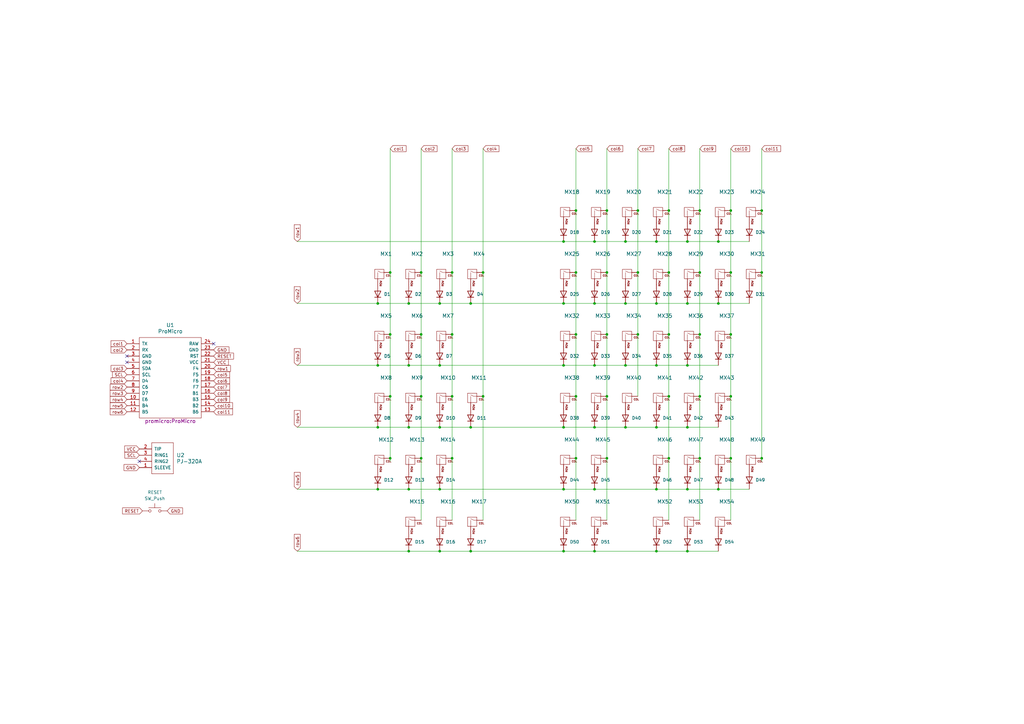
<source format=kicad_sch>
(kicad_sch (version 20230121) (generator eeschema)
  (paper "A3")
  (junction (at 154.94 175.26))
  (junction (at 261.62 137.16))
  (junction (at 294.64 124.46))
  (junction (at 269.24 226.06))
  (junction (at 243.84 200.66))
  (junction (at 299.72 162.56))
  (junction (at 236.22 187.96))
  (junction (at 281.94 175.26))
  (junction (at 231.14 226.06))
  (junction (at 193.04 226.06))
  (junction (at 269.24 149.86))
  (junction (at 281.94 200.66))
  (junction (at 248.92 137.16))
  (junction (at 274.32 111.76))
  (junction (at 236.22 162.56))
  (junction (at 243.84 99.06))
  (junction (at 281.94 149.86))
  (junction (at 231.14 149.86))
  (junction (at 261.62 86.36))
  (junction (at 248.92 187.96))
  (junction (at 198.12 111.76))
  (junction (at 274.32 137.16))
  (junction (at 287.02 162.56))
  (junction (at 236.22 111.76))
  (junction (at 299.72 111.76))
  (junction (at 236.22 86.36))
  (junction (at 167.64 226.06))
  (junction (at 269.24 175.26))
  (junction (at 243.84 226.06))
  (junction (at 185.42 111.76))
  (junction (at 172.72 187.96))
  (junction (at 287.02 86.36))
  (junction (at 243.84 124.46))
  (junction (at 180.34 149.86))
  (junction (at 185.42 137.16))
  (junction (at 172.72 137.16))
  (junction (at 299.72 137.16))
  (junction (at 287.02 111.76))
  (junction (at 287.02 137.16))
  (junction (at 231.14 200.66))
  (junction (at 160.02 111.76))
  (junction (at 154.94 149.86))
  (junction (at 231.14 99.06))
  (junction (at 269.24 200.66))
  (junction (at 172.72 111.76))
  (junction (at 274.32 162.56))
  (junction (at 167.64 149.86))
  (junction (at 261.62 111.76))
  (junction (at 287.02 187.96))
  (junction (at 236.22 137.16))
  (junction (at 256.54 99.06))
  (junction (at 180.34 175.26))
  (junction (at 198.12 162.56))
  (junction (at 167.64 200.66))
  (junction (at 256.54 124.46))
  (junction (at 243.84 149.86))
  (junction (at 160.02 187.96))
  (junction (at 312.42 86.36))
  (junction (at 180.34 124.46))
  (junction (at 193.04 124.46))
  (junction (at 281.94 124.46))
  (junction (at 248.92 111.76))
  (junction (at 154.94 124.46))
  (junction (at 294.64 99.06))
  (junction (at 294.64 200.66))
  (junction (at 180.34 226.06))
  (junction (at 299.72 86.36))
  (junction (at 256.54 149.86))
  (junction (at 231.14 175.26))
  (junction (at 312.42 187.96))
  (junction (at 160.02 137.16))
  (junction (at 160.02 162.56))
  (junction (at 248.92 86.36))
  (junction (at 154.94 200.66))
  (junction (at 185.42 187.96))
  (junction (at 274.32 86.36))
  (junction (at 180.34 200.66))
  (junction (at 281.94 99.06))
  (junction (at 256.54 175.26))
  (junction (at 248.92 162.56))
  (junction (at 167.64 175.26))
  (junction (at 269.24 99.06))
  (junction (at 299.72 187.96))
  (junction (at 172.72 162.56))
  (junction (at 185.42 162.56))
  (junction (at 231.14 124.46))
  (junction (at 312.42 111.76))
  (junction (at 269.24 124.46))
  (junction (at 167.64 124.46))
  (junction (at 274.32 187.96))
  (junction (at 243.84 175.26))
  (junction (at 193.04 175.26))
  (junction (at 281.94 226.06))
  (no_connect (at 87.63 140.97))
  (no_connect (at 52.07 148.59))
  (no_connect (at 52.07 146.05))
  (no_connect (at 57.15 189.23))
  (wire (pts (xy 287.02 162.56) (xy 287.02 187.96)))
  (wire (pts (xy 236.22 111.76) (xy 236.22 137.16)))
  (wire (pts (xy 256.54 175.26) (xy 269.24 175.26)))
  (wire (pts (xy 154.94 149.86) (xy 167.64 149.86)))
  (wire (pts (xy 160.02 137.16) (xy 160.02 162.56)))
  (wire (pts (xy 231.14 175.26) (xy 243.84 175.26)))
  (wire (pts (xy 243.84 124.46) (xy 256.54 124.46)))
  (wire (pts (xy 256.54 124.46) (xy 269.24 124.46)))
  (wire (pts (xy 274.32 137.16) (xy 274.32 162.56)))
  (wire (pts (xy 160.02 162.56) (xy 160.02 187.96)))
  (wire (pts (xy 231.14 149.86) (xy 243.84 149.86)))
  (wire (pts (xy 274.32 111.76) (xy 274.32 137.16)))
  (wire (pts (xy 281.94 175.26) (xy 294.64 175.26)))
  (wire (pts (xy 193.04 175.26) (xy 231.14 175.26)))
  (wire (pts (xy 121.92 99.06) (xy 231.14 99.06)))
  (wire (pts (xy 236.22 86.36) (xy 236.22 111.76)))
  (wire (pts (xy 172.72 60.96) (xy 172.72 111.76)))
  (wire (pts (xy 185.42 162.56) (xy 185.42 187.96)))
  (wire (pts (xy 167.64 124.46) (xy 180.34 124.46)))
  (wire (pts (xy 172.72 162.56) (xy 172.72 187.96)))
  (wire (pts (xy 287.02 86.36) (xy 287.02 111.76)))
  (wire (pts (xy 269.24 124.46) (xy 281.94 124.46)))
  (wire (pts (xy 299.72 137.16) (xy 299.72 162.56)))
  (wire (pts (xy 121.92 149.86) (xy 154.94 149.86)))
  (wire (pts (xy 160.02 111.76) (xy 160.02 137.16)))
  (wire (pts (xy 180.34 124.46) (xy 193.04 124.46)))
  (wire (pts (xy 154.94 200.66) (xy 167.64 200.66)))
  (wire (pts (xy 274.32 187.96) (xy 274.32 213.36)))
  (wire (pts (xy 312.42 60.96) (xy 312.42 86.36)))
  (wire (pts (xy 154.94 175.26) (xy 167.64 175.26)))
  (wire (pts (xy 261.62 86.36) (xy 261.62 111.76)))
  (wire (pts (xy 248.92 111.76) (xy 248.92 137.16)))
  (wire (pts (xy 185.42 111.76) (xy 185.42 137.16)))
  (wire (pts (xy 231.14 99.06) (xy 243.84 99.06)))
  (wire (pts (xy 121.92 200.66) (xy 154.94 200.66)))
  (wire (pts (xy 167.64 226.06) (xy 180.34 226.06)))
  (wire (pts (xy 160.02 187.96) (xy 160.02 189.23)))
  (wire (pts (xy 167.64 200.66) (xy 180.34 200.66)))
  (wire (pts (xy 172.72 111.76) (xy 172.72 137.16)))
  (wire (pts (xy 248.92 86.36) (xy 248.92 111.76)))
  (wire (pts (xy 243.84 226.06) (xy 269.24 226.06)))
  (wire (pts (xy 269.24 200.66) (xy 281.94 200.66)))
  (wire (pts (xy 261.62 111.76) (xy 261.62 137.16)))
  (wire (pts (xy 281.94 99.06) (xy 294.64 99.06)))
  (wire (pts (xy 299.72 60.96) (xy 299.72 86.36)))
  (wire (pts (xy 281.94 200.66) (xy 294.64 200.66)))
  (wire (pts (xy 269.24 175.26) (xy 281.94 175.26)))
  (wire (pts (xy 312.42 187.96) (xy 312.42 189.23)))
  (wire (pts (xy 231.14 200.66) (xy 243.84 200.66)))
  (wire (pts (xy 312.42 111.76) (xy 312.42 187.96)))
  (wire (pts (xy 261.62 137.16) (xy 261.62 162.56)))
  (wire (pts (xy 243.84 200.66) (xy 269.24 200.66)))
  (wire (pts (xy 193.04 226.06) (xy 231.14 226.06)))
  (wire (pts (xy 248.92 60.96) (xy 248.92 86.36)))
  (wire (pts (xy 281.94 124.46) (xy 294.64 124.46)))
  (wire (pts (xy 180.34 226.06) (xy 193.04 226.06)))
  (wire (pts (xy 248.92 137.16) (xy 248.92 162.56)))
  (wire (pts (xy 154.94 124.46) (xy 167.64 124.46)))
  (wire (pts (xy 243.84 99.06) (xy 256.54 99.06)))
  (wire (pts (xy 167.64 175.26) (xy 180.34 175.26)))
  (wire (pts (xy 193.04 124.46) (xy 231.14 124.46)))
  (wire (pts (xy 287.02 111.76) (xy 287.02 137.16)))
  (wire (pts (xy 180.34 149.86) (xy 231.14 149.86)))
  (wire (pts (xy 243.84 149.86) (xy 256.54 149.86)))
  (wire (pts (xy 299.72 111.76) (xy 299.72 137.16)))
  (wire (pts (xy 281.94 149.86) (xy 294.64 149.86)))
  (wire (pts (xy 198.12 60.96) (xy 198.12 111.76)))
  (wire (pts (xy 236.22 162.56) (xy 236.22 187.96)))
  (wire (pts (xy 269.24 99.06) (xy 281.94 99.06)))
  (wire (pts (xy 198.12 111.76) (xy 198.12 162.56)))
  (wire (pts (xy 248.92 162.56) (xy 248.92 187.96)))
  (wire (pts (xy 287.02 60.96) (xy 287.02 86.36)))
  (wire (pts (xy 294.64 200.66) (xy 307.34 200.66)))
  (wire (pts (xy 299.72 187.96) (xy 299.72 213.36)))
  (wire (pts (xy 294.64 99.06) (xy 307.34 99.06)))
  (wire (pts (xy 294.64 124.46) (xy 307.34 124.46)))
  (wire (pts (xy 281.94 226.06) (xy 294.64 226.06)))
  (wire (pts (xy 121.92 175.26) (xy 154.94 175.26)))
  (wire (pts (xy 243.84 175.26) (xy 256.54 175.26)))
  (wire (pts (xy 121.92 124.46) (xy 154.94 124.46)))
  (wire (pts (xy 299.72 162.56) (xy 299.72 187.96)))
  (wire (pts (xy 185.42 137.16) (xy 185.42 162.56)))
  (wire (pts (xy 231.14 124.46) (xy 243.84 124.46)))
  (wire (pts (xy 269.24 149.86) (xy 281.94 149.86)))
  (wire (pts (xy 167.64 149.86) (xy 180.34 149.86)))
  (wire (pts (xy 185.42 187.96) (xy 185.42 213.36)))
  (wire (pts (xy 231.14 226.06) (xy 243.84 226.06)))
  (wire (pts (xy 274.32 162.56) (xy 274.32 187.96)))
  (wire (pts (xy 180.34 200.66) (xy 231.14 200.66)))
  (wire (pts (xy 121.92 226.06) (xy 167.64 226.06)))
  (wire (pts (xy 248.92 187.96) (xy 248.92 213.36)))
  (wire (pts (xy 299.72 86.36) (xy 299.72 111.76)))
  (wire (pts (xy 287.02 187.96) (xy 287.02 213.36)))
  (wire (pts (xy 236.22 187.96) (xy 236.22 213.36)))
  (wire (pts (xy 261.62 60.96) (xy 261.62 86.36)))
  (wire (pts (xy 185.42 60.96) (xy 185.42 111.76)))
  (wire (pts (xy 256.54 99.06) (xy 269.24 99.06)))
  (wire (pts (xy 287.02 137.16) (xy 287.02 162.56)))
  (wire (pts (xy 256.54 149.86) (xy 269.24 149.86)))
  (wire (pts (xy 198.12 162.56) (xy 198.12 213.36)))
  (wire (pts (xy 172.72 137.16) (xy 172.72 162.56)))
  (wire (pts (xy 172.72 187.96) (xy 172.72 213.36)))
  (wire (pts (xy 236.22 137.16) (xy 236.22 162.56)))
  (wire (pts (xy 274.32 86.36) (xy 274.32 111.76)))
  (wire (pts (xy 160.02 60.96) (xy 160.02 111.76)))
  (wire (pts (xy 312.42 86.36) (xy 312.42 111.76)))
  (wire (pts (xy 180.34 175.26) (xy 193.04 175.26)))
  (wire (pts (xy 236.22 60.96) (xy 236.22 86.36)))
  (wire (pts (xy 269.24 226.06) (xy 281.94 226.06)))
  (wire (pts (xy 274.32 60.96) (xy 274.32 86.36)))
  (global_label "row4" (shape input) (at 121.92 175.26 90) (property "Intersheetrefs" "${INTERSHEET_REFS}" (effects hide)))
  (global_label "col3" (shape input) (at 185.42 60.96 0) (property "Intersheetrefs" "${INTERSHEET_REFS}" (effects hide)))
  (global_label "col7" (shape input) (at 87.63 158.75 0) (property "Intersheetrefs" "${INTERSHEET_REFS}" (effects hide)))
  (global_label "GND" (shape input) (at 68.58 209.55 0) (property "Intersheetrefs" "${INTERSHEET_REFS}" (effects hide)))
  (global_label "SCL" (shape input) (at 52.07 153.67 180) (property "Intersheetrefs" "${INTERSHEET_REFS}" (effects hide)))
  (global_label "row3" (shape input) (at 52.07 161.29 180) (property "Intersheetrefs" "${INTERSHEET_REFS}" (effects hide)))
  (global_label "col5" (shape input) (at 87.63 153.67 0) (property "Intersheetrefs" "${INTERSHEET_REFS}" (effects hide)))
  (global_label "col9" (shape input) (at 287.02 60.96 0) (property "Intersheetrefs" "${INTERSHEET_REFS}" (effects hide)))
  (global_label "row3" (shape input) (at 121.92 149.86 90) (property "Intersheetrefs" "${INTERSHEET_REFS}" (effects hide)))
  (global_label "row1" (shape input) (at 87.63 151.13 0) (property "Intersheetrefs" "${INTERSHEET_REFS}" (effects hide)))
  (global_label "col7" (shape input) (at 261.62 60.96 0) (property "Intersheetrefs" "${INTERSHEET_REFS}" (effects hide)))
  (global_label "col8" (shape input) (at 274.32 60.96 0) (property "Intersheetrefs" "${INTERSHEET_REFS}" (effects hide)))
  (global_label "col10" (shape input) (at 299.72 60.96 0) (property "Intersheetrefs" "${INTERSHEET_REFS}" (effects hide)))
  (global_label "GND" (shape input) (at 87.63 143.51 0) (property "Intersheetrefs" "${INTERSHEET_REFS}" (effects hide)))
  (global_label "col8" (shape input) (at 87.63 161.29 0) (property "Intersheetrefs" "${INTERSHEET_REFS}" (effects hide)))
  (global_label "row2" (shape input) (at 121.92 124.46 90) (property "Intersheetrefs" "${INTERSHEET_REFS}" (effects hide)))
  (global_label "VCC" (shape input) (at 57.15 184.15 180) (property "Intersheetrefs" "${INTERSHEET_REFS}" (effects hide)))
  (global_label "row5" (shape input) (at 52.07 166.37 180) (property "Intersheetrefs" "${INTERSHEET_REFS}" (effects hide)))
  (global_label "row1" (shape input) (at 121.92 99.06 90) (property "Intersheetrefs" "${INTERSHEET_REFS}" (effects hide)))
  (global_label "col6" (shape input) (at 87.63 156.21 0) (property "Intersheetrefs" "${INTERSHEET_REFS}" (effects hide)))
  (global_label "col5" (shape input) (at 236.22 60.96 0) (property "Intersheetrefs" "${INTERSHEET_REFS}" (effects hide)))
  (global_label "col3" (shape input) (at 52.07 151.13 180) (property "Intersheetrefs" "${INTERSHEET_REFS}" (effects hide)))
  (global_label "GND" (shape input) (at 57.15 191.77 180) (property "Intersheetrefs" "${INTERSHEET_REFS}" (effects hide)))
  (global_label "col2" (shape input) (at 172.72 60.96 0) (property "Intersheetrefs" "${INTERSHEET_REFS}" (effects hide)))
  (global_label "RESET" (shape input) (at 87.63 146.05 0) (property "Intersheetrefs" "${INTERSHEET_REFS}" (effects hide)))
  (global_label "row2" (shape input) (at 52.07 158.75 180) (property "Intersheetrefs" "${INTERSHEET_REFS}" (effects hide)))
  (global_label "row6" (shape input) (at 52.07 168.91 180) (property "Intersheetrefs" "${INTERSHEET_REFS}" (effects hide)))
  (global_label "col6" (shape input) (at 248.92 60.96 0) (property "Intersheetrefs" "${INTERSHEET_REFS}" (effects hide)))
  (global_label "VCC" (shape input) (at 87.63 148.59 0) (property "Intersheetrefs" "${INTERSHEET_REFS}" (effects hide)))
  (global_label "col4" (shape input) (at 198.12 60.96 0) (property "Intersheetrefs" "${INTERSHEET_REFS}" (effects hide)))
  (global_label "col1" (shape input) (at 160.02 60.96 0) (property "Intersheetrefs" "${INTERSHEET_REFS}" (effects hide)))
  (global_label "RESET" (shape input) (at 58.42 209.55 180) (property "Intersheetrefs" "${INTERSHEET_REFS}" (effects hide)))
  (global_label "col4" (shape input) (at 52.07 156.21 180) (property "Intersheetrefs" "${INTERSHEET_REFS}" (effects hide)))
  (global_label "row5" (shape input) (at 121.92 200.66 90) (property "Intersheetrefs" "${INTERSHEET_REFS}" (effects hide)))
  (global_label "row4" (shape input) (at 52.07 163.83 180) (property "Intersheetrefs" "${INTERSHEET_REFS}" (effects hide)))
  (global_label "col2" (shape input) (at 52.07 143.51 180) (property "Intersheetrefs" "${INTERSHEET_REFS}" (effects hide)))
  (global_label "col9" (shape input) (at 87.63 163.83 0) (property "Intersheetrefs" "${INTERSHEET_REFS}" (effects hide)))
  (global_label "row6" (shape input) (at 121.92 226.06 90) (property "Intersheetrefs" "${INTERSHEET_REFS}" (effects hide)))
  (global_label "SCL" (shape input) (at 57.15 186.69 180) (property "Intersheetrefs" "${INTERSHEET_REFS}" (effects hide)))
  (global_label "col11" (shape input) (at 87.63 168.91 0) (property "Intersheetrefs" "${INTERSHEET_REFS}" (effects hide)))
  (global_label "col11" (shape input) (at 312.42 60.96 0) (property "Intersheetrefs" "${INTERSHEET_REFS}" (effects hide)))
  (global_label "col10" (shape input) (at 87.63 166.37 0) (property "Intersheetrefs" "${INTERSHEET_REFS}" (effects hide)))
  (global_label "col1" (shape input) (at 52.07 140.97 180) (property "Intersheetrefs" "${INTERSHEET_REFS}" (effects hide)))
  (symbol (lib_id "Diode:1N4148") (at 243.84 222.25 90) (unit 1)
    (property "Reference" "D51" (at 246.38 222.25 90) (effects (justify right)))
    (property "Value" "1N4148" (effects hide))
    (property "Footprint" "Diode_THT:D_DO-35_SOD27_P7.62mm_Horizontal" (effects hide))
    (property "Datasheet" "https://assets.nexperia.com/documents/data-sheet/1N4148_1N4448.pdf" (effects hide))
    (property "Sim.Device" "D" (effects hide))
    (property "Sim.Pins" "1=K 2=A" (effects hide))
  )
  (symbol (lib_id "MX_Alps_Hybrid:MX-NoLED") (at 156.21 138.43 0) (unit 1)
    (property "Reference" "MX5" (at 158.3632 129.54 0) (effects (font (size 1.524 1.524))))
    (property "Value" "MX-NoLED" (effects hide))
    (property "Footprint" "MX_Only:MXOnly-1U-Hotswap" (effects hide))
  )
  (symbol (lib_id "Diode:1N4148") (at 294.64 146.05 90) (unit 1)
    (property "Reference" "D37" (at 297.18 146.05 90) (effects (justify right)))
    (property "Value" "1N4148" (effects hide))
    (property "Footprint" "Diode_THT:D_DO-35_SOD27_P7.62mm_Horizontal" (effects hide))
    (property "Datasheet" "https://assets.nexperia.com/documents/data-sheet/1N4148_1N4448.pdf" (effects hide))
    (property "Sim.Device" "D" (effects hide))
    (property "Sim.Pins" "1=K 2=A" (effects hide))
  )
  (symbol (lib_id "MX_Alps_Hybrid:MX-NoLED") (at 181.61 113.03 0) (unit 1)
    (property "Reference" "MX3" (at 183.7632 104.14 0) (effects (font (size 1.524 1.524))))
    (property "Value" "MX-NoLED" (effects hide))
    (property "Footprint" "MX_Only:MXOnly-1U-Hotswap" (effects hide))
  )
  (symbol (lib_id "Diode:1N4148") (at 294.64 120.65 90) (unit 1)
    (property "Reference" "D30" (at 297.18 120.65 90) (effects (justify right)))
    (property "Value" "1N4148" (effects hide))
    (property "Footprint" "Diode_THT:D_DO-35_SOD27_P7.62mm_Horizontal" (effects hide))
    (property "Datasheet" "https://assets.nexperia.com/documents/data-sheet/1N4148_1N4448.pdf" (effects hide))
    (property "Sim.Device" "D" (effects hide))
    (property "Sim.Pins" "1=K 2=A" (effects hide))
  )
  (symbol (lib_id "Diode:1N4148") (at 180.34 171.45 90) (unit 1)
    (property "Reference" "D10" (at 182.88 171.45 90) (effects (justify right)))
    (property "Value" "1N4148" (effects hide))
    (property "Footprint" "Diode_THT:D_DO-35_SOD27_P7.62mm_Horizontal" (effects hide))
    (property "Datasheet" "https://assets.nexperia.com/documents/data-sheet/1N4148_1N4448.pdf" (effects hide))
    (property "Sim.Device" "D" (effects hide))
    (property "Sim.Pins" "1=K 2=A" (effects hide))
  )
  (symbol (lib_id "Diode:1N4148") (at 269.24 196.85 90) (unit 1)
    (property "Reference" "D46" (at 271.78 196.85 90) (effects (justify right)))
    (property "Value" "1N4148" (effects hide))
    (property "Footprint" "Diode_THT:D_DO-35_SOD27_P7.62mm_Horizontal" (effects hide))
    (property "Datasheet" "https://assets.nexperia.com/documents/data-sheet/1N4148_1N4448.pdf" (effects hide))
    (property "Sim.Device" "D" (effects hide))
    (property "Sim.Pins" "1=K 2=A" (effects hide))
  )
  (symbol (lib_id "MX_Alps_Hybrid:MX-NoLED") (at 295.91 214.63 0) (unit 1)
    (property "Reference" "MX54" (at 298.0632 205.74 0) (effects (font (size 1.524 1.524))))
    (property "Value" "MX-NoLED" (effects hide))
    (property "Footprint" "MX_Only:MXOnly-2.25U-Hotswap" (effects hide))
  )
  (symbol (lib_id "MX_Alps_Hybrid:MX-NoLED") (at 270.51 138.43 0) (unit 1)
    (property "Reference" "MX35" (at 272.6632 129.54 0) (effects (font (size 1.524 1.524))))
    (property "Value" "MX-NoLED" (effects hide))
    (property "Footprint" "MX_Only:MXOnly-1U-Hotswap" (effects hide))
  )
  (symbol (lib_id "MX_Alps_Hybrid:MX-NoLED") (at 232.41 113.03 0) (unit 1)
    (property "Reference" "MX25" (at 234.5632 104.14 0) (effects (font (size 1.524 1.524))))
    (property "Value" "MX-NoLED" (effects hide))
    (property "Footprint" "MX_Only:MXOnly-1U-Hotswap" (effects hide))
  )
  (symbol (lib_id "Diode:1N4148") (at 180.34 196.85 90) (unit 1)
    (property "Reference" "D14" (at 182.88 196.85 90) (effects (justify right)))
    (property "Value" "1N4148" (effects hide))
    (property "Footprint" "Diode_THT:D_DO-35_SOD27_P7.62mm_Horizontal" (effects hide))
    (property "Datasheet" "https://assets.nexperia.com/documents/data-sheet/1N4148_1N4448.pdf" (effects hide))
    (property "Sim.Device" "D" (effects hide))
    (property "Sim.Pins" "1=K 2=A" (effects hide))
  )
  (symbol (lib_id "MX_Alps_Hybrid:MX-NoLED") (at 181.61 189.23 0) (unit 1)
    (property "Reference" "MX14" (at 183.7632 180.34 0) (effects (font (size 1.524 1.524))))
    (property "Value" "MX-NoLED" (effects hide))
    (property "Footprint" "MX_Only:MXOnly-1U-Hotswap" (effects hide))
  )
  (symbol (lib_id "MX_Alps_Hybrid:MX-NoLED") (at 283.21 138.43 0) (unit 1)
    (property "Reference" "MX36" (at 285.3632 129.54 0) (effects (font (size 1.524 1.524))))
    (property "Value" "MX-NoLED" (effects hide))
    (property "Footprint" "MX_Only:MXOnly-1U-Hotswap" (effects hide))
  )
  (symbol (lib_id "MX_Alps_Hybrid:MX-NoLED") (at 257.81 163.83 0) (unit 1)
    (property "Reference" "MX40" (at 259.9632 154.94 0) (effects (font (size 1.524 1.524))))
    (property "Value" "MX-NoLED" (effects hide))
    (property "Footprint" "MX_Only:MXOnly-1U-Hotswap" (effects hide))
  )
  (symbol (lib_id "Diode:1N4148") (at 294.64 95.25 90) (unit 1)
    (property "Reference" "D23" (at 297.18 95.25 90) (effects (justify right)))
    (property "Value" "1N4148" (effects hide))
    (property "Footprint" "Diode_THT:D_DO-35_SOD27_P7.62mm_Horizontal" (effects hide))
    (property "Datasheet" "https://assets.nexperia.com/documents/data-sheet/1N4148_1N4448.pdf" (effects hide))
    (property "Sim.Device" "D" (effects hide))
    (property "Sim.Pins" "1=K 2=A" (effects hide))
  )
  (symbol (lib_id "MX_Alps_Hybrid:MX-NoLED") (at 156.21 189.23 0) (unit 1)
    (property "Reference" "MX12" (at 158.3632 180.34 0) (effects (font (size 1.524 1.524))))
    (property "Value" "MX-NoLED" (effects hide))
    (property "Footprint" "MX_Only:MXOnly-1U-Hotswap" (effects hide))
  )
  (symbol (lib_id "MX_Alps_Hybrid:MX-NoLED") (at 270.51 189.23 0) (unit 1)
    (property "Reference" "MX46" (at 272.6632 180.34 0) (effects (font (size 1.524 1.524))))
    (property "Value" "MX-NoLED" (effects hide))
    (property "Footprint" "MX_Only:MXOnly-1U-Hotswap" (effects hide))
  )
  (symbol (lib_id "MX_Alps_Hybrid:MX-NoLED") (at 168.91 138.43 0) (unit 1)
    (property "Reference" "MX6" (at 171.0632 129.54 0) (effects (font (size 1.524 1.524))))
    (property "Value" "MX-NoLED" (effects hide))
    (property "Footprint" "MX_Only:MXOnly-1U-Hotswap" (effects hide))
  )
  (symbol (lib_id "Diode:1N4148") (at 281.94 95.25 90) (unit 1)
    (property "Reference" "D22" (at 284.48 95.25 90) (effects (justify right)))
    (property "Value" "1N4148" (effects hide))
    (property "Footprint" "Diode_THT:D_DO-35_SOD27_P7.62mm_Horizontal" (effects hide))
    (property "Datasheet" "https://assets.nexperia.com/documents/data-sheet/1N4148_1N4448.pdf" (effects hide))
    (property "Sim.Device" "D" (effects hide))
    (property "Sim.Pins" "1=K 2=A" (effects hide))
  )
  (symbol (lib_id "Diode:1N4148") (at 243.84 146.05 90) (unit 1)
    (property "Reference" "D33" (at 246.38 146.05 90) (effects (justify right)))
    (property "Value" "1N4148" (effects hide))
    (property "Footprint" "Diode_THT:D_DO-35_SOD27_P7.62mm_Horizontal" (effects hide))
    (property "Datasheet" "https://assets.nexperia.com/documents/data-sheet/1N4148_1N4448.pdf" (effects hide))
    (property "Sim.Device" "D" (effects hide))
    (property "Sim.Pins" "1=K 2=A" (effects hide))
  )
  (symbol (lib_id "Diode:1N4148") (at 167.64 196.85 90) (unit 1)
    (property "Reference" "D13" (at 170.18 196.85 90) (effects (justify right)))
    (property "Value" "1N4148" (effects hide))
    (property "Footprint" "Diode_THT:D_DO-35_SOD27_P7.62mm_Horizontal" (effects hide))
    (property "Datasheet" "https://assets.nexperia.com/documents/data-sheet/1N4148_1N4448.pdf" (effects hide))
    (property "Sim.Device" "D" (effects hide))
    (property "Sim.Pins" "1=K 2=A" (effects hide))
  )
  (symbol (lib_id "MX_Alps_Hybrid:MX-NoLED") (at 168.91 214.63 0) (unit 1)
    (property "Reference" "MX15" (at 171.0632 205.74 0) (effects (font (size 1.524 1.524))))
    (property "Value" "MX-NoLED" (effects hide))
    (property "Footprint" "MX_Only:MXOnly-2U-Hotswap" (effects hide))
  )
  (symbol (lib_id "MX_Alps_Hybrid:MX-NoLED") (at 232.41 189.23 0) (unit 1)
    (property "Reference" "MX44" (at 234.5632 180.34 0) (effects (font (size 1.524 1.524))))
    (property "Value" "MX-NoLED" (effects hide))
    (property "Footprint" "MX_Only:MXOnly-2.25U-Hotswap" (effects hide))
  )
  (symbol (lib_id "Diode:1N4148") (at 294.64 196.85 90) (unit 1)
    (property "Reference" "D48" (at 297.18 196.85 90) (effects (justify right)))
    (property "Value" "1N4148" (effects hide))
    (property "Footprint" "Diode_THT:D_DO-35_SOD27_P7.62mm_Horizontal" (effects hide))
    (property "Datasheet" "https://assets.nexperia.com/documents/data-sheet/1N4148_1N4448.pdf" (effects hide))
    (property "Sim.Device" "D" (effects hide))
    (property "Sim.Pins" "1=K 2=A" (effects hide))
  )
  (symbol (lib_id "MX_Alps_Hybrid:MX-NoLED") (at 257.81 113.03 0) (unit 1)
    (property "Reference" "MX27" (at 259.9632 104.14 0) (effects (font (size 1.524 1.524))))
    (property "Value" "MX-NoLED" (effects hide))
    (property "Footprint" "MX_Only:MXOnly-1U-Hotswap" (effects hide))
  )
  (symbol (lib_id "Diode:1N4148") (at 307.34 95.25 90) (unit 1)
    (property "Reference" "D24" (at 309.88 95.25 90) (effects (justify right)))
    (property "Value" "1N4148" (effects hide))
    (property "Footprint" "Diode_THT:D_DO-35_SOD27_P7.62mm_Horizontal" (effects hide))
    (property "Datasheet" "https://assets.nexperia.com/documents/data-sheet/1N4148_1N4448.pdf" (effects hide))
    (property "Sim.Device" "D" (effects hide))
    (property "Sim.Pins" "1=K 2=A" (effects hide))
  )
  (symbol (lib_id "promicro:ProMicro") (at 69.85 160.02 0) (unit 1)
    (property "Reference" "U1" (at 69.85 133.35 0) (effects (font (size 1.524 1.524))))
    (property "Value" "ProMicro" (at 69.85 135.89 0) (effects (font (size 1.524 1.524))))
    (property "Footprint" "promicro:ProMicro" (at 69.85 172.72 0) (effects (font (size 1.524 1.524))))
  )
  (symbol (lib_id "Diode:1N4148") (at 167.64 222.25 90) (unit 1)
    (property "Reference" "D15" (at 170.18 222.25 90) (effects (justify right)))
    (property "Value" "1N4148" (effects hide))
    (property "Footprint" "Diode_THT:D_DO-35_SOD27_P7.62mm_Horizontal" (effects hide))
    (property "Datasheet" "https://assets.nexperia.com/documents/data-sheet/1N4148_1N4448.pdf" (effects hide))
    (property "Sim.Device" "D" (effects hide))
    (property "Sim.Pins" "1=K 2=A" (effects hide))
  )
  (symbol (lib_id "MX_Alps_Hybrid:MX-NoLED") (at 245.11 87.63 0) (unit 1)
    (property "Reference" "MX19" (at 247.2632 78.74 0) (effects (font (size 1.524 1.524))))
    (property "Value" "MX-NoLED" (effects hide))
    (property "Footprint" "MX_Only:MXOnly-1U-Hotswap" (effects hide))
  )
  (symbol (lib_id "MX_Alps_Hybrid:MX-NoLED") (at 257.81 87.63 0) (unit 1)
    (property "Reference" "MX20" (at 259.9632 78.74 0) (effects (font (size 1.524 1.524))))
    (property "Value" "MX-NoLED" (effects hide))
    (property "Footprint" "MX_Only:MXOnly-1U-Hotswap" (effects hide))
  )
  (symbol (lib_id "MX_Alps_Hybrid:MX-NoLED") (at 270.51 113.03 0) (unit 1)
    (property "Reference" "MX28" (at 272.6632 104.14 0) (effects (font (size 1.524 1.524))))
    (property "Value" "MX-NoLED" (effects hide))
    (property "Footprint" "MX_Only:MXOnly-1U-Hotswap" (effects hide))
  )
  (symbol (lib_id "Diode:1N4148") (at 243.84 171.45 90) (unit 1)
    (property "Reference" "D39" (at 246.38 171.45 90) (effects (justify right)))
    (property "Value" "1N4148" (effects hide))
    (property "Footprint" "Diode_THT:D_DO-35_SOD27_P7.62mm_Horizontal" (effects hide))
    (property "Datasheet" "https://assets.nexperia.com/documents/data-sheet/1N4148_1N4448.pdf" (effects hide))
    (property "Sim.Device" "D" (effects hide))
    (property "Sim.Pins" "1=K 2=A" (effects hide))
  )
  (symbol (lib_id "Diode:1N4148") (at 167.64 120.65 90) (unit 1)
    (property "Reference" "D2" (at 170.18 120.65 90) (effects (justify right)))
    (property "Value" "1N4148" (effects hide))
    (property "Footprint" "Diode_THT:D_DO-35_SOD27_P7.62mm_Horizontal" (effects hide))
    (property "Datasheet" "https://assets.nexperia.com/documents/data-sheet/1N4148_1N4448.pdf" (effects hide))
    (property "Sim.Device" "D" (effects hide))
    (property "Sim.Pins" "1=K 2=A" (effects hide))
  )
  (symbol (lib_id "MX_Alps_Hybrid:MX-NoLED") (at 181.61 163.83 0) (unit 1)
    (property "Reference" "MX10" (at 183.7632 154.94 0) (effects (font (size 1.524 1.524))))
    (property "Value" "MX-NoLED" (effects hide))
    (property "Footprint" "MX_Only:MXOnly-1U-Hotswap" (effects hide))
  )
  (symbol (lib_id "Diode:1N4148") (at 294.64 171.45 90) (unit 1)
    (property "Reference" "D43" (at 297.18 171.45 90) (effects (justify right)))
    (property "Value" "1N4148" (effects hide))
    (property "Footprint" "Diode_THT:D_DO-35_SOD27_P7.62mm_Horizontal" (effects hide))
    (property "Datasheet" "https://assets.nexperia.com/documents/data-sheet/1N4148_1N4448.pdf" (effects hide))
    (property "Sim.Device" "D" (effects hide))
    (property "Sim.Pins" "1=K 2=A" (effects hide))
  )
  (symbol (lib_id "Diode:1N4148") (at 180.34 146.05 90) (unit 1)
    (property "Reference" "D7" (at 182.88 146.05 90) (effects (justify right)))
    (property "Value" "1N4148" (effects hide))
    (property "Footprint" "Diode_THT:D_DO-35_SOD27_P7.62mm_Horizontal" (effects hide))
    (property "Datasheet" "https://assets.nexperia.com/documents/data-sheet/1N4148_1N4448.pdf" (effects hide))
    (property "Sim.Device" "D" (effects hide))
    (property "Sim.Pins" "1=K 2=A" (effects hide))
  )
  (symbol (lib_id "Diode:1N4148") (at 193.04 120.65 90) (unit 1)
    (property "Reference" "D4" (at 195.58 120.65 90) (effects (justify right)))
    (property "Value" "1N4148" (effects hide))
    (property "Footprint" "Diode_THT:D_DO-35_SOD27_P7.62mm_Horizontal" (effects hide))
    (property "Datasheet" "https://assets.nexperia.com/documents/data-sheet/1N4148_1N4448.pdf" (effects hide))
    (property "Sim.Device" "D" (effects hide))
    (property "Sim.Pins" "1=K 2=A" (effects hide))
  )
  (symbol (lib_id "MX_Alps_Hybrid:MX-NoLED") (at 194.31 163.83 0) (unit 1)
    (property "Reference" "MX11" (at 196.4632 154.94 0) (effects (font (size 1.524 1.524))))
    (property "Value" "MX-NoLED" (effects hide))
    (property "Footprint" "MX_Only:MXOnly-2U-Hotswap-VerticalStabilizers" (effects hide))
  )
  (symbol (lib_id "Diode:1N4148") (at 154.94 171.45 90) (unit 1)
    (property "Reference" "D8" (at 157.48 171.45 90) (effects (justify right)))
    (property "Value" "1N4148" (effects hide))
    (property "Footprint" "Diode_THT:D_DO-35_SOD27_P7.62mm_Horizontal" (effects hide))
    (property "Datasheet" "https://assets.nexperia.com/documents/data-sheet/1N4148_1N4448.pdf" (effects hide))
    (property "Sim.Device" "D" (effects hide))
    (property "Sim.Pins" "1=K 2=A" (effects hide))
  )
  (symbol (lib_id "MX_Alps_Hybrid:MX-NoLED") (at 295.91 138.43 0) (unit 1)
    (property "Reference" "MX37" (at 298.0632 129.54 0) (effects (font (size 1.524 1.524))))
    (property "Value" "MX-NoLED" (effects hide))
    (property "Footprint" "MX_Only:MXOnly-1U-Hotswap" (effects hide))
  )
  (symbol (lib_id "Diode:1N4148") (at 243.84 95.25 90) (unit 1)
    (property "Reference" "D19" (at 246.38 95.25 90) (effects (justify right)))
    (property "Value" "1N4148" (effects hide))
    (property "Footprint" "Diode_THT:D_DO-35_SOD27_P7.62mm_Horizontal" (effects hide))
    (property "Datasheet" "https://assets.nexperia.com/documents/data-sheet/1N4148_1N4448.pdf" (effects hide))
    (property "Sim.Device" "D" (effects hide))
    (property "Sim.Pins" "1=K 2=A" (effects hide))
  )
  (symbol (lib_id "MX_Alps_Hybrid:MX-NoLED") (at 168.91 163.83 0) (unit 1)
    (property "Reference" "MX9" (at 171.0632 154.94 0) (effects (font (size 1.524 1.524))))
    (property "Value" "MX-NoLED" (effects hide))
    (property "Footprint" "MX_Only:MXOnly-1U-Hotswap" (effects hide))
  )
  (symbol (lib_id "TRRS-PJ-320A:PJ-320A") (at 66.04 194.31 0) (unit 1)
    (property "Reference" "U2" (at 72.39 186.69 0) (effects (font (size 1.524 1.524)) (justify left)))
    (property "Value" "PJ-320A" (at 72.39 189.23 0) (effects (font (size 1.524 1.524)) (justify left)))
    (property "Footprint" "pj320:TRRS-PJ-320A" (effects hide))
  )
  (symbol (lib_id "Diode:1N4148") (at 231.14 196.85 90) (unit 1)
    (property "Reference" "D44" (at 233.68 196.85 90) (effects (justify right)))
    (property "Value" "1N4148" (effects hide))
    (property "Footprint" "Diode_THT:D_DO-35_SOD27_P7.62mm_Horizontal" (effects hide))
    (property "Datasheet" "https://assets.nexperia.com/documents/data-sheet/1N4148_1N4448.pdf" (effects hide))
    (property "Sim.Device" "D" (effects hide))
    (property "Sim.Pins" "1=K 2=A" (effects hide))
  )
  (symbol (lib_id "Switch:SW_Push") (at 63.5 209.55 0) (unit 1)
    (property "Reference" "RESET" (at 63.5 201.93 0))
    (property "Value" "SW_Push" (at 63.5 204.47 0))
    (property "Footprint" "reset:ResetSW_4P" (effects hide))
  )
  (symbol (lib_id "MX_Alps_Hybrid:MX-NoLED") (at 194.31 113.03 0) (unit 1)
    (property "Reference" "MX4" (at 196.4632 104.14 0) (effects (font (size 1.524 1.524))))
    (property "Value" "MX-NoLED" (effects hide))
    (property "Footprint" "MX_Only:MXOnly-1U-Hotswap" (effects hide))
  )
  (symbol (lib_id "Diode:1N4148") (at 167.64 146.05 90) (unit 1)
    (property "Reference" "D6" (at 170.18 146.05 90) (effects (justify right)))
    (property "Value" "1N4148" (effects hide))
    (property "Footprint" "Diode_THT:D_DO-35_SOD27_P7.62mm_Horizontal" (effects hide))
    (property "Datasheet" "https://assets.nexperia.com/documents/data-sheet/1N4148_1N4448.pdf" (effects hide))
    (property "Sim.Device" "D" (effects hide))
    (property "Sim.Pins" "1=K 2=A" (effects hide))
  )
  (symbol (lib_id "Diode:1N4148") (at 269.24 222.25 90) (unit 1)
    (property "Reference" "D52" (at 271.78 222.25 90) (effects (justify right)))
    (property "Value" "1N4148" (effects hide))
    (property "Footprint" "Diode_THT:D_DO-35_SOD27_P7.62mm_Horizontal" (effects hide))
    (property "Datasheet" "https://assets.nexperia.com/documents/data-sheet/1N4148_1N4448.pdf" (effects hide))
    (property "Sim.Device" "D" (effects hide))
    (property "Sim.Pins" "1=K 2=A" (effects hide))
  )
  (symbol (lib_id "Diode:1N4148") (at 281.94 196.85 90) (unit 1)
    (property "Reference" "D47" (at 284.48 196.85 90) (effects (justify right)))
    (property "Value" "1N4148" (effects hide))
    (property "Footprint" "Diode_THT:D_DO-35_SOD27_P7.62mm_Horizontal" (effects hide))
    (property "Datasheet" "https://assets.nexperia.com/documents/data-sheet/1N4148_1N4448.pdf" (effects hide))
    (property "Sim.Device" "D" (effects hide))
    (property "Sim.Pins" "1=K 2=A" (effects hide))
  )
  (symbol (lib_id "Diode:1N4148") (at 154.94 120.65 90) (unit 1)
    (property "Reference" "D1" (at 157.48 120.65 90) (effects (justify right)))
    (property "Value" "1N4148" (effects hide))
    (property "Footprint" "Diode_THT:D_DO-35_SOD27_P7.62mm_Horizontal" (effects hide))
    (property "Datasheet" "https://assets.nexperia.com/documents/data-sheet/1N4148_1N4448.pdf" (effects hide))
    (property "Sim.Device" "D" (effects hide))
    (property "Sim.Pins" "1=K 2=A" (effects hide))
  )
  (symbol (lib_id "MX_Alps_Hybrid:MX-NoLED") (at 245.11 138.43 0) (unit 1)
    (property "Reference" "MX33" (at 247.2632 129.54 0) (effects (font (size 1.524 1.524))))
    (property "Value" "MX-NoLED" (effects hide))
    (property "Footprint" "MX_Only:MXOnly-1U-Hotswap" (effects hide))
  )
  (symbol (lib_id "Diode:1N4148") (at 154.94 196.85 90) (unit 1)
    (property "Reference" "D12" (at 157.48 196.85 90) (effects (justify right)))
    (property "Value" "1N4148" (effects hide))
    (property "Footprint" "Diode_THT:D_DO-35_SOD27_P7.62mm_Horizontal" (effects hide))
    (property "Datasheet" "https://assets.nexperia.com/documents/data-sheet/1N4148_1N4448.pdf" (effects hide))
    (property "Sim.Device" "D" (effects hide))
    (property "Sim.Pins" "1=K 2=A" (effects hide))
  )
  (symbol (lib_id "MX_Alps_Hybrid:MX-NoLED") (at 232.41 214.63 0) (unit 1)
    (property "Reference" "MX50" (at 234.5632 205.74 0) (effects (font (size 1.524 1.524))))
    (property "Value" "MX-NoLED" (effects hide))
    (property "Footprint" "MX_Only:MXOnly-1.25U-Hotswap" (effects hide))
  )
  (symbol (lib_id "Diode:1N4148") (at 281.94 146.05 90) (unit 1)
    (property "Reference" "D36" (at 284.48 146.05 90) (effects (justify right)))
    (property "Value" "1N4148" (effects hide))
    (property "Footprint" "Diode_THT:D_DO-35_SOD27_P7.62mm_Horizontal" (effects hide))
    (property "Datasheet" "https://assets.nexperia.com/documents/data-sheet/1N4148_1N4448.pdf" (effects hide))
    (property "Sim.Device" "D" (effects hide))
    (property "Sim.Pins" "1=K 2=A" (effects hide))
  )
  (symbol (lib_id "MX_Alps_Hybrid:MX-NoLED") (at 283.21 87.63 0) (unit 1)
    (property "Reference" "MX22" (at 285.3632 78.74 0) (effects (font (size 1.524 1.524))))
    (property "Value" "MX-NoLED" (effects hide))
    (property "Footprint" "MX_Only:MXOnly-1U-Hotswap" (effects hide))
  )
  (symbol (lib_id "MX_Alps_Hybrid:MX-NoLED") (at 308.61 189.23 0) (unit 1)
    (property "Reference" "MX49" (at 310.7632 180.34 0) (effects (font (size 1.524 1.524))))
    (property "Value" "MX-NoLED" (effects hide))
    (property "Footprint" "MX_Only:MXOnly-1U-Hotswap" (effects hide))
  )
  (symbol (lib_id "Diode:1N4148") (at 281.94 222.25 90) (unit 1)
    (property "Reference" "D53" (at 284.48 222.25 90) (effects (justify right)))
    (property "Value" "1N4148" (effects hide))
    (property "Footprint" "Diode_THT:D_DO-35_SOD27_P7.62mm_Horizontal" (effects hide))
    (property "Datasheet" "https://assets.nexperia.com/documents/data-sheet/1N4148_1N4448.pdf" (effects hide))
    (property "Sim.Device" "D" (effects hide))
    (property "Sim.Pins" "1=K 2=A" (effects hide))
  )
  (symbol (lib_id "MX_Alps_Hybrid:MX-NoLED") (at 295.91 163.83 0) (unit 1)
    (property "Reference" "MX43" (at 298.0632 154.94 0) (effects (font (size 1.524 1.524))))
    (property "Value" "MX-NoLED" (effects hide))
    (property "Footprint" "MX_Only:MXOnly-1U-Hotswap" (effects hide))
  )
  (symbol (lib_id "Diode:1N4148") (at 269.24 146.05 90) (unit 1)
    (property "Reference" "D35" (at 271.78 146.05 90) (effects (justify right)))
    (property "Value" "1N4148" (effects hide))
    (property "Footprint" "Diode_THT:D_DO-35_SOD27_P7.62mm_Horizontal" (effects hide))
    (property "Datasheet" "https://assets.nexperia.com/documents/data-sheet/1N4148_1N4448.pdf" (effects hide))
    (property "Sim.Device" "D" (effects hide))
    (property "Sim.Pins" "1=K 2=A" (effects hide))
  )
  (symbol (lib_id "Diode:1N4148") (at 307.34 120.65 90) (unit 1)
    (property "Reference" "D31" (at 309.88 120.65 90) (effects (justify right)))
    (property "Value" "1N4148" (effects hide))
    (property "Footprint" "Diode_THT:D_DO-35_SOD27_P7.62mm_Horizontal" (effects hide))
    (property "Datasheet" "https://assets.nexperia.com/documents/data-sheet/1N4148_1N4448.pdf" (effects hide))
    (property "Sim.Device" "D" (effects hide))
    (property "Sim.Pins" "1=K 2=A" (effects hide))
  )
  (symbol (lib_id "Diode:1N4148") (at 269.24 95.25 90) (unit 1)
    (property "Reference" "D21" (at 271.78 95.25 90) (effects (justify right)))
    (property "Value" "1N4148" (effects hide))
    (property "Footprint" "Diode_THT:D_DO-35_SOD27_P7.62mm_Horizontal" (effects hide))
    (property "Datasheet" "https://assets.nexperia.com/documents/data-sheet/1N4148_1N4448.pdf" (effects hide))
    (property "Sim.Device" "D" (effects hide))
    (property "Sim.Pins" "1=K 2=A" (effects hide))
  )
  (symbol (lib_id "MX_Alps_Hybrid:MX-NoLED") (at 168.91 113.03 0) (unit 1)
    (property "Reference" "MX2" (at 171.0632 104.14 0) (effects (font (size 1.524 1.524))))
    (property "Value" "MX-NoLED" (effects hide))
    (property "Footprint" "MX_Only:MXOnly-1U-Hotswap" (effects hide))
  )
  (symbol (lib_id "Diode:1N4148") (at 154.94 146.05 90) (unit 1)
    (property "Reference" "D5" (at 157.48 146.05 90) (effects (justify right)))
    (property "Value" "1N4148" (effects hide))
    (property "Footprint" "Diode_THT:D_DO-35_SOD27_P7.62mm_Horizontal" (effects hide))
    (property "Datasheet" "https://assets.nexperia.com/documents/data-sheet/1N4148_1N4448.pdf" (effects hide))
    (property "Sim.Device" "D" (effects hide))
    (property "Sim.Pins" "1=K 2=A" (effects hide))
  )
  (symbol (lib_id "MX_Alps_Hybrid:MX-NoLED") (at 295.91 87.63 0) (unit 1)
    (property "Reference" "MX23" (at 298.0632 78.74 0) (effects (font (size 1.524 1.524))))
    (property "Value" "MX-NoLED" (effects hide))
    (property "Footprint" "MX_Only:MXOnly-1U-Hotswap" (effects hide))
  )
  (symbol (lib_id "MX_Alps_Hybrid:MX-NoLED") (at 283.21 163.83 0) (unit 1)
    (property "Reference" "MX42" (at 285.3632 154.94 0) (effects (font (size 1.524 1.524))))
    (property "Value" "MX-NoLED" (effects hide))
    (property "Footprint" "MX_Only:MXOnly-1U-Hotswap" (effects hide))
  )
  (symbol (lib_id "Diode:1N4148") (at 231.14 171.45 90) (unit 1)
    (property "Reference" "D38" (at 233.68 171.45 90) (effects (justify right)))
    (property "Value" "1N4148" (effects hide))
    (property "Footprint" "Diode_THT:D_DO-35_SOD27_P7.62mm_Horizontal" (effects hide))
    (property "Datasheet" "https://assets.nexperia.com/documents/data-sheet/1N4148_1N4448.pdf" (effects hide))
    (property "Sim.Device" "D" (effects hide))
    (property "Sim.Pins" "1=K 2=A" (effects hide))
  )
  (symbol (lib_id "MX_Alps_Hybrid:MX-NoLED") (at 283.21 214.63 0) (unit 1)
    (property "Reference" "MX53" (at 285.3632 205.74 0) (effects (font (size 1.524 1.524))))
    (property "Value" "MX-NoLED" (effects hide))
    (property "Footprint" "MX_Only:MXOnly-1.25U-Hotswap" (effects hide))
  )
  (symbol (lib_id "MX_Alps_Hybrid:MX-NoLED") (at 308.61 113.03 0) (unit 1)
    (property "Reference" "MX31" (at 310.7632 104.14 0) (effects (font (size 1.524 1.524))))
    (property "Value" "MX-NoLED" (effects hide))
    (property "Footprint" "MX_Only:MXOnly-1U-Hotswap" (effects hide))
  )
  (symbol (lib_id "MX_Alps_Hybrid:MX-NoLED") (at 270.51 214.63 0) (unit 1)
    (property "Reference" "MX52" (at 272.6632 205.74 0) (effects (font (size 1.524 1.524))))
    (property "Value" "MX-NoLED" (effects hide))
    (property "Footprint" "MX_Only:MXOnly-1.25U-Hotswap" (effects hide))
  )
  (symbol (lib_id "MX_Alps_Hybrid:MX-NoLED") (at 295.91 189.23 0) (unit 1)
    (property "Reference" "MX48" (at 298.0632 180.34 0) (effects (font (size 1.524 1.524))))
    (property "Value" "MX-NoLED" (effects hide))
    (property "Footprint" "MX_Only:MXOnly-1U-Hotswap" (effects hide))
  )
  (symbol (lib_id "Diode:1N4148") (at 180.34 120.65 90) (unit 1)
    (property "Reference" "D3" (at 182.88 120.65 90) (effects (justify right)))
    (property "Value" "1N4148" (effects hide))
    (property "Footprint" "Diode_THT:D_DO-35_SOD27_P7.62mm_Horizontal" (effects hide))
    (property "Datasheet" "https://assets.nexperia.com/documents/data-sheet/1N4148_1N4448.pdf" (effects hide))
    (property "Sim.Device" "D" (effects hide))
    (property "Sim.Pins" "1=K 2=A" (effects hide))
  )
  (symbol (lib_id "MX_Alps_Hybrid:MX-NoLED") (at 257.81 138.43 0) (unit 1)
    (property "Reference" "MX34" (at 259.9632 129.54 0) (effects (font (size 1.524 1.524))))
    (property "Value" "MX-NoLED" (effects hide))
    (property "Footprint" "MX_Only:MXOnly-1U-Hotswap" (effects hide))
  )
  (symbol (lib_id "Diode:1N4148") (at 307.34 196.85 90) (unit 1)
    (property "Reference" "D49" (at 309.88 196.85 90) (effects (justify right)))
    (property "Value" "1N4148" (effects hide))
    (property "Footprint" "Diode_THT:D_DO-35_SOD27_P7.62mm_Horizontal" (effects hide))
    (property "Datasheet" "https://assets.nexperia.com/documents/data-sheet/1N4148_1N4448.pdf" (effects hide))
    (property "Sim.Device" "D" (effects hide))
    (property "Sim.Pins" "1=K 2=A" (effects hide))
  )
  (symbol (lib_id "Diode:1N4148") (at 281.94 171.45 90) (unit 1)
    (property "Reference" "D42" (at 284.48 171.45 90) (effects (justify right)))
    (property "Value" "1N4148" (effects hide))
    (property "Footprint" "Diode_THT:D_DO-35_SOD27_P7.62mm_Horizontal" (effects hide))
    (property "Datasheet" "https://assets.nexperia.com/documents/data-sheet/1N4148_1N4448.pdf" (effects hide))
    (property "Sim.Device" "D" (effects hide))
    (property "Sim.Pins" "1=K 2=A" (effects hide))
  )
  (symbol (lib_id "MX_Alps_Hybrid:MX-NoLED") (at 232.41 138.43 0) (unit 1)
    (property "Reference" "MX32" (at 234.5632 129.54 0) (effects (font (size 1.524 1.524))))
    (property "Value" "MX-NoLED" (effects hide))
    (property "Footprint" "MX_Only:MXOnly-1.5U-Hotswap" (effects hide))
  )
  (symbol (lib_id "Diode:1N4148") (at 231.14 222.25 90) (unit 1)
    (property "Reference" "D50" (at 233.68 222.25 90) (effects (justify right)))
    (property "Value" "1N4148" (effects hide))
    (property "Footprint" "Diode_THT:D_DO-35_SOD27_P7.62mm_Horizontal" (effects hide))
    (property "Datasheet" "https://assets.nexperia.com/documents/data-sheet/1N4148_1N4448.pdf" (effects hide))
    (property "Sim.Device" "D" (effects hide))
    (property "Sim.Pins" "1=K 2=A" (effects hide))
  )
  (symbol (lib_id "Diode:1N4148") (at 167.64 171.45 90) (unit 1)
    (property "Reference" "D9" (at 170.18 171.45 90) (effects (justify right)))
    (property "Value" "1N4148" (effects hide))
    (property "Footprint" "Diode_THT:D_DO-35_SOD27_P7.62mm_Horizontal" (effects hide))
    (property "Datasheet" "https://assets.nexperia.com/documents/data-sheet/1N4148_1N4448.pdf" (effects hide))
    (property "Sim.Device" "D" (effects hide))
    (property "Sim.Pins" "1=K 2=A" (effects hide))
  )
  (symbol (lib_id "MX_Alps_Hybrid:MX-NoLED") (at 168.91 189.23 0) (unit 1)
    (property "Reference" "MX13" (at 171.0632 180.34 0) (effects (font (size 1.524 1.524))))
    (property "Value" "MX-NoLED" (effects hide))
    (property "Footprint" "MX_Only:MXOnly-1U-Hotswap" (effects hide))
  )
  (symbol (lib_id "Diode:1N4148") (at 243.84 120.65 90) (unit 1)
    (property "Reference" "D26" (at 246.38 120.65 90) (effects (justify right)))
    (property "Value" "1N4148" (effects hide))
    (property "Footprint" "Diode_THT:D_DO-35_SOD27_P7.62mm_Horizontal" (effects hide))
    (property "Datasheet" "https://assets.nexperia.com/documents/data-sheet/1N4148_1N4448.pdf" (effects hide))
    (property "Sim.Device" "D" (effects hide))
    (property "Sim.Pins" "1=K 2=A" (effects hide))
  )
  (symbol (lib_id "MX_Alps_Hybrid:MX-NoLED") (at 295.91 113.03 0) (unit 1)
    (property "Reference" "MX30" (at 298.0632 104.14 0) (effects (font (size 1.524 1.524))))
    (property "Value" "MX-NoLED" (effects hide))
    (property "Footprint" "MX_Only:MXOnly-1U-Hotswap" (effects hide))
  )
  (symbol (lib_id "MX_Alps_Hybrid:MX-NoLED") (at 270.51 87.63 0) (unit 1)
    (property "Reference" "MX21" (at 272.6632 78.74 0) (effects (font (size 1.524 1.524))))
    (property "Value" "MX-NoLED" (effects hide))
    (property "Footprint" "MX_Only:MXOnly-1U-Hotswap" (effects hide))
  )
  (symbol (lib_id "Diode:1N4148") (at 256.54 146.05 90) (unit 1)
    (property "Reference" "D34" (at 259.08 146.05 90) (effects (justify right)))
    (property "Value" "1N4148" (effects hide))
    (property "Footprint" "Diode_THT:D_DO-35_SOD27_P7.62mm_Horizontal" (effects hide))
    (property "Datasheet" "https://assets.nexperia.com/documents/data-sheet/1N4148_1N4448.pdf" (effects hide))
    (property "Sim.Device" "D" (effects hide))
    (property "Sim.Pins" "1=K 2=A" (effects hide))
  )
  (symbol (lib_id "MX_Alps_Hybrid:MX-NoLED") (at 194.31 214.63 0) (unit 1)
    (property "Reference" "MX17" (at 196.4632 205.74 0) (effects (font (size 1.524 1.524))))
    (property "Value" "MX-NoLED" (effects hide))
    (property "Footprint" "MX_Only:MXOnly-2U-Hotswap-VerticalStabilizers" (effects hide))
  )
  (symbol (lib_id "MX_Alps_Hybrid:MX-NoLED") (at 308.61 87.63 0) (unit 1)
    (property "Reference" "MX24" (at 310.7632 78.74 0) (effects (font (size 1.524 1.524))))
    (property "Value" "MX-NoLED" (effects hide))
    (property "Footprint" "MX_Only:MXOnly-1U-Hotswap" (effects hide))
  )
  (symbol (lib_id "Diode:1N4148") (at 193.04 171.45 90) (unit 1)
    (property "Reference" "D11" (at 195.58 171.45 90) (effects (justify right)))
    (property "Value" "1N4148" (effects hide))
    (property "Footprint" "Diode_THT:D_DO-35_SOD27_P7.62mm_Horizontal" (effects hide))
    (property "Datasheet" "https://assets.nexperia.com/documents/data-sheet/1N4148_1N4448.pdf" (effects hide))
    (property "Sim.Device" "D" (effects hide))
    (property "Sim.Pins" "1=K 2=A" (effects hide))
  )
  (symbol (lib_id "Diode:1N4148") (at 231.14 120.65 90) (unit 1)
    (property "Reference" "D25" (at 233.68 120.65 90) (effects (justify right)))
    (property "Value" "1N4148" (effects hide))
    (property "Footprint" "Diode_THT:D_DO-35_SOD27_P7.62mm_Horizontal" (effects hide))
    (property "Datasheet" "https://assets.nexperia.com/documents/data-sheet/1N4148_1N4448.pdf" (effects hide))
    (property "Sim.Device" "D" (effects hide))
    (property "Sim.Pins" "1=K 2=A" (effects hide))
  )
  (symbol (lib_id "Diode:1N4148") (at 180.34 222.25 90) (unit 1)
    (property "Reference" "D16" (at 182.88 222.25 90) (effects (justify right)))
    (property "Value" "1N4148" (effects hide))
    (property "Footprint" "Diode_THT:D_DO-35_SOD27_P7.62mm_Horizontal" (effects hide))
    (property "Datasheet" "https://assets.nexperia.com/documents/data-sheet/1N4148_1N4448.pdf" (effects hide))
    (property "Sim.Device" "D" (effects hide))
    (property "Sim.Pins" "1=K 2=A" (effects hide))
  )
  (symbol (lib_id "Diode:1N4148") (at 269.24 171.45 90) (unit 1)
    (property "Reference" "D41" (at 271.78 171.45 90) (effects (justify right)))
    (property "Value" "1N4148" (effects hide))
    (property "Footprint" "Diode_THT:D_DO-35_SOD27_P7.62mm_Horizontal" (effects hide))
    (property "Datasheet" "https://assets.nexperia.com/documents/data-sheet/1N4148_1N4448.pdf" (effects hide))
    (property "Sim.Device" "D" (effects hide))
    (property "Sim.Pins" "1=K 2=A" (effects hide))
  )
  (symbol (lib_id "Diode:1N4148") (at 294.64 222.25 90) (unit 1)
    (property "Reference" "D54" (at 297.18 222.25 90) (effects (justify right)))
    (property "Value" "1N4148" (effects hide))
    (property "Footprint" "Diode_THT:D_DO-35_SOD27_P7.62mm_Horizontal" (effects hide))
    (property "Datasheet" "https://assets.nexperia.com/documents/data-sheet/1N4148_1N4448.pdf" (effects hide))
    (property "Sim.Device" "D" (effects hide))
    (property "Sim.Pins" "1=K 2=A" (effects hide))
  )
  (symbol (lib_id "MX_Alps_Hybrid:MX-NoLED") (at 245.11 113.03 0) (unit 1)
    (property "Reference" "MX26" (at 247.2632 104.14 0) (effects (font (size 1.524 1.524))))
    (property "Value" "MX-NoLED" (effects hide))
    (property "Footprint" "MX_Only:MXOnly-1U-Hotswap" (effects hide))
  )
  (symbol (lib_id "Diode:1N4148") (at 256.54 171.45 90) (unit 1)
    (property "Reference" "D40" (at 259.08 171.45 90) (effects (justify right)))
    (property "Value" "1N4148" (effects hide))
    (property "Footprint" "Diode_THT:D_DO-35_SOD27_P7.62mm_Horizontal" (effects hide))
    (property "Datasheet" "https://assets.nexperia.com/documents/data-sheet/1N4148_1N4448.pdf" (effects hide))
    (property "Sim.Device" "D" (effects hide))
    (property "Sim.Pins" "1=K 2=A" (effects hide))
  )
  (symbol (lib_id "MX_Alps_Hybrid:MX-NoLED") (at 245.11 214.63 0) (unit 1)
    (property "Reference" "MX51" (at 247.2632 205.74 0) (effects (font (size 1.524 1.524))))
    (property "Value" "MX-NoLED" (effects hide))
    (property "Footprint" "MX_Only:MXOnly-1.25U-Hotswap" (effects hide))
  )
  (symbol (lib_id "Diode:1N4148") (at 256.54 95.25 90) (unit 1)
    (property "Reference" "D20" (at 259.08 95.25 90) (effects (justify right)))
    (property "Value" "1N4148" (effects hide))
    (property "Footprint" "Diode_THT:D_DO-35_SOD27_P7.62mm_Horizontal" (effects hide))
    (property "Datasheet" "https://assets.nexperia.com/documents/data-sheet/1N4148_1N4448.pdf" (effects hide))
    (property "Sim.Device" "D" (effects hide))
    (property "Sim.Pins" "1=K 2=A" (effects hide))
  )
  (symbol (lib_id "MX_Alps_Hybrid:MX-NoLED") (at 245.11 163.83 0) (unit 1)
    (property "Reference" "MX39" (at 247.2632 154.94 0) (effects (font (size 1.524 1.524))))
    (property "Value" "MX-NoLED" (effects hide))
    (property "Footprint" "MX_Only:MXOnly-1U-Hotswap" (effects hide))
  )
  (symbol (lib_id "MX_Alps_Hybrid:MX-NoLED") (at 232.41 87.63 0) (unit 1)
    (property "Reference" "MX18" (at 234.5632 78.74 0) (effects (font (size 1.524 1.524))))
    (property "Value" "MX-NoLED" (effects hide))
    (property "Footprint" "MX_Only:MXOnly-1U-Hotswap" (effects hide))
  )
  (symbol (lib_id "MX_Alps_Hybrid:MX-NoLED") (at 156.21 163.83 0) (unit 1)
    (property "Reference" "MX8" (at 158.3632 154.94 0) (effects (font (size 1.524 1.524))))
    (property "Value" "MX-NoLED" (effects hide))
    (property "Footprint" "MX_Only:MXOnly-1U-Hotswap" (effects hide))
  )
  (symbol (lib_id "MX_Alps_Hybrid:MX-NoLED") (at 181.61 214.63 0) (unit 1)
    (property "Reference" "MX16" (at 183.7632 205.74 0) (effects (font (size 1.524 1.524))))
    (property "Value" "MX-NoLED" (effects hide))
    (property "Footprint" "MX_Only:MXOnly-1U-Hotswap" (effects hide))
  )
  (symbol (lib_id "Diode:1N4148") (at 256.54 120.65 90) (unit 1)
    (property "Reference" "D27" (at 259.08 120.65 90) (effects (justify right)))
    (property "Value" "1N4148" (effects hide))
    (property "Footprint" "Diode_THT:D_DO-35_SOD27_P7.62mm_Horizontal" (effects hide))
    (property "Datasheet" "https://assets.nexperia.com/documents/data-sheet/1N4148_1N4448.pdf" (effects hide))
    (property "Sim.Device" "D" (effects hide))
    (property "Sim.Pins" "1=K 2=A" (effects hide))
  )
  (symbol (lib_id "MX_Alps_Hybrid:MX-NoLED") (at 270.51 163.83 0) (unit 1)
    (property "Reference" "MX41" (at 272.6632 154.94 0) (effects (font (size 1.524 1.524))))
    (property "Value" "MX-NoLED" (effects hide))
    (property "Footprint" "MX_Only:MXOnly-1U-Hotswap" (effects hide))
  )
  (symbol (lib_id "Diode:1N4148") (at 269.24 120.65 90) (unit 1)
    (property "Reference" "D28" (at 271.78 120.65 90) (effects (justify right)))
    (property "Value" "1N4148" (effects hide))
    (property "Footprint" "Diode_THT:D_DO-35_SOD27_P7.62mm_Horizontal" (effects hide))
    (property "Datasheet" "https://assets.nexperia.com/documents/data-sheet/1N4148_1N4448.pdf" (effects hide))
    (property "Sim.Device" "D" (effects hide))
    (property "Sim.Pins" "1=K 2=A" (effects hide))
  )
  (symbol (lib_id "Diode:1N4148") (at 231.14 95.25 90) (unit 1)
    (property "Reference" "D18" (at 233.68 95.25 90) (effects (justify right)))
    (property "Value" "1N4148" (effects hide))
    (property "Footprint" "Diode_THT:D_DO-35_SOD27_P7.62mm_Horizontal" (effects hide))
    (property "Datasheet" "https://assets.nexperia.com/documents/data-sheet/1N4148_1N4448.pdf" (effects hide))
    (property "Sim.Device" "D" (effects hide))
    (property "Sim.Pins" "1=K 2=A" (effects hide))
  )
  (symbol (lib_id "MX_Alps_Hybrid:MX-NoLED") (at 283.21 113.03 0) (unit 1)
    (property "Reference" "MX29" (at 285.3632 104.14 0) (effects (font (size 1.524 1.524))))
    (property "Value" "MX-NoLED" (effects hide))
    (property "Footprint" "MX_Only:MXOnly-1U-Hotswap" (effects hide))
  )
  (symbol (lib_id "Diode:1N4148") (at 243.84 196.85 90) (unit 1)
    (property "Reference" "D45" (at 246.38 196.85 90) (effects (justify right)))
    (property "Value" "1N4148" (effects hide))
    (property "Footprint" "Diode_THT:D_DO-35_SOD27_P7.62mm_Horizontal" (effects hide))
    (property "Datasheet" "https://assets.nexperia.com/documents/data-sheet/1N4148_1N4448.pdf" (effects hide))
    (property "Sim.Device" "D" (effects hide))
    (property "Sim.Pins" "1=K 2=A" (effects hide))
  )
  (symbol (lib_id "Diode:1N4148") (at 231.14 146.05 90) (unit 1)
    (property "Reference" "D32" (at 233.68 146.05 90) (effects (justify right)))
    (property "Value" "1N4148" (effects hide))
    (property "Footprint" "Diode_THT:D_DO-35_SOD27_P7.62mm_Horizontal" (effects hide))
    (property "Datasheet" "https://assets.nexperia.com/documents/data-sheet/1N4148_1N4448.pdf" (effects hide))
    (property "Sim.Device" "D" (effects hide))
    (property "Sim.Pins" "1=K 2=A" (effects hide))
  )
  (symbol (lib_id "MX_Alps_Hybrid:MX-NoLED") (at 181.61 138.43 0) (unit 1)
    (property "Reference" "MX7" (at 183.7632 129.54 0) (effects (font (size 1.524 1.524))))
    (property "Value" "MX-NoLED" (effects hide))
    (property "Footprint" "MX_Only:MXOnly-1U-Hotswap" (effects hide))
  )
  (symbol (lib_id "MX_Alps_Hybrid:MX-NoLED") (at 156.21 113.03 0) (unit 1)
    (property "Reference" "MX1" (at 158.3632 104.14 0) (effects (font (size 1.524 1.524))))
    (property "Value" "MX-NoLED" (effects hide))
    (property "Footprint" "MX_Only:MXOnly-1U-Hotswap" (effects hide))
  )
  (symbol (lib_id "MX_Alps_Hybrid:MX-NoLED") (at 245.11 189.23 0) (unit 1)
    (property "Reference" "MX45" (at 247.2632 180.34 0) (effects (font (size 1.524 1.524))))
    (property "Value" "MX-NoLED" (effects hide))
    (property "Footprint" "MX_Only:MXOnly-1U-Hotswap" (effects hide))
  )
  (symbol (lib_id "Diode:1N4148") (at 193.04 222.25 90) (unit 1)
    (property "Reference" "D17" (at 195.58 222.25 90) (effects (justify right)))
    (property "Value" "1N4148" (effects hide))
    (property "Footprint" "Diode_THT:D_DO-35_SOD27_P7.62mm_Horizontal" (effects hide))
    (property "Datasheet" "https://assets.nexperia.com/documents/data-sheet/1N4148_1N4448.pdf" (effects hide))
    (property "Sim.Device" "D" (effects hide))
    (property "Sim.Pins" "1=K 2=A" (effects hide))
  )
  (symbol (lib_id "MX_Alps_Hybrid:MX-NoLED") (at 232.41 163.83 0) (unit 1)
    (property "Reference" "MX38" (at 234.5632 154.94 0) (effects (font (size 1.524 1.524))))
    (property "Value" "MX-NoLED" (effects hide))
    (property "Footprint" "MX_Only:MXOnly-1.75U-Hotswap" (effects hide))
  )
  (symbol (lib_id "MX_Alps_Hybrid:MX-NoLED") (at 283.21 189.23 0) (unit 1)
    (property "Reference" "MX47" (at 285.3632 180.34 0) (effects (font (size 1.524 1.524))))
    (property "Value" "MX-NoLED" (effects hide))
    (property "Footprint" "MX_Only:MXOnly-1U-Hotswap" (effects hide))
  )
  (symbol (lib_id "Diode:1N4148") (at 281.94 120.65 90) (unit 1)
    (property "Reference" "D29" (at 284.48 120.65 90) (effects (justify right)))
    (property "Value" "1N4148" (effects hide))
    (property "Footprint" "Diode_THT:D_DO-35_SOD27_P7.62mm_Horizontal" (effects hide))
    (property "Datasheet" "https://assets.nexperia.com/documents/data-sheet/1N4148_1N4448.pdf" (effects hide))
    (property "Sim.Device" "D" (effects hide))
    (property "Sim.Pins" "1=K 2=A" (effects hide))
  )
)
</source>
